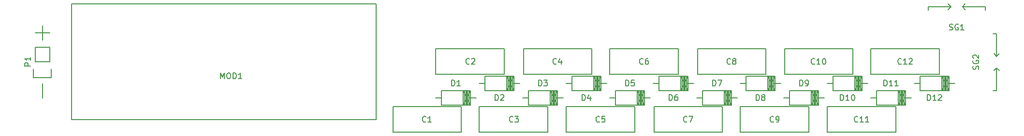
<source format=gbr>
G04 #@! TF.FileFunction,Legend,Top*
%FSLAX46Y46*%
G04 Gerber Fmt 4.6, Leading zero omitted, Abs format (unit mm)*
G04 Created by KiCad (PCBNEW 4.0.1-3.201512221402+6198~38~ubuntu14.04.1-stable) date Mon 25 Jan 2016 02:37:38 AM PST*
%MOMM*%
G01*
G04 APERTURE LIST*
%ADD10C,0.100000*%
%ADD11C,0.200000*%
%ADD12C,0.150000*%
G04 APERTURE END LIST*
D10*
D11*
X41910000Y-114300000D02*
X41910000Y-116840000D01*
X41910000Y-106680000D02*
X41910000Y-104140000D01*
X40640000Y-105410000D02*
X43180000Y-105410000D01*
D12*
X115285000Y-122900000D02*
X103285000Y-122900000D01*
X103285000Y-122900000D02*
X103285000Y-118400000D01*
X103285000Y-118400000D02*
X115285000Y-118400000D01*
X115285000Y-118400000D02*
X115285000Y-122900000D01*
X122775000Y-112740000D02*
X110775000Y-112740000D01*
X110775000Y-112740000D02*
X110775000Y-108240000D01*
X110775000Y-108240000D02*
X122775000Y-108240000D01*
X122775000Y-108240000D02*
X122775000Y-112740000D01*
X130395000Y-122900000D02*
X118395000Y-122900000D01*
X118395000Y-122900000D02*
X118395000Y-118400000D01*
X118395000Y-118400000D02*
X130395000Y-118400000D01*
X130395000Y-118400000D02*
X130395000Y-122900000D01*
X138145000Y-112740000D02*
X126145000Y-112740000D01*
X126145000Y-112740000D02*
X126145000Y-108240000D01*
X126145000Y-108240000D02*
X138145000Y-108240000D01*
X138145000Y-108240000D02*
X138145000Y-112740000D01*
X145635000Y-122900000D02*
X133635000Y-122900000D01*
X133635000Y-122900000D02*
X133635000Y-118400000D01*
X133635000Y-118400000D02*
X145635000Y-118400000D01*
X145635000Y-118400000D02*
X145635000Y-122900000D01*
X153255000Y-112740000D02*
X141255000Y-112740000D01*
X141255000Y-112740000D02*
X141255000Y-108240000D01*
X141255000Y-108240000D02*
X153255000Y-108240000D01*
X153255000Y-108240000D02*
X153255000Y-112740000D01*
X161005000Y-122900000D02*
X149005000Y-122900000D01*
X149005000Y-122900000D02*
X149005000Y-118400000D01*
X149005000Y-118400000D02*
X161005000Y-118400000D01*
X161005000Y-118400000D02*
X161005000Y-122900000D01*
X168625000Y-112740000D02*
X156625000Y-112740000D01*
X156625000Y-112740000D02*
X156625000Y-108240000D01*
X156625000Y-108240000D02*
X168625000Y-108240000D01*
X168625000Y-108240000D02*
X168625000Y-112740000D01*
X176115000Y-122900000D02*
X164115000Y-122900000D01*
X164115000Y-122900000D02*
X164115000Y-118400000D01*
X164115000Y-118400000D02*
X176115000Y-118400000D01*
X176115000Y-118400000D02*
X176115000Y-122900000D01*
X183865000Y-112740000D02*
X171865000Y-112740000D01*
X171865000Y-112740000D02*
X171865000Y-108240000D01*
X171865000Y-108240000D02*
X183865000Y-108240000D01*
X183865000Y-108240000D02*
X183865000Y-112740000D01*
X191355000Y-122900000D02*
X179355000Y-122900000D01*
X179355000Y-122900000D02*
X179355000Y-118400000D01*
X179355000Y-118400000D02*
X191355000Y-118400000D01*
X191355000Y-118400000D02*
X191355000Y-122900000D01*
X198975000Y-112740000D02*
X186975000Y-112740000D01*
X186975000Y-112740000D02*
X186975000Y-108240000D01*
X186975000Y-108240000D02*
X198975000Y-108240000D01*
X198975000Y-108240000D02*
X198975000Y-112740000D01*
X111760000Y-116840000D02*
X110744000Y-116840000D01*
X116586000Y-116840000D02*
X117856000Y-116840000D01*
X116332000Y-118110000D02*
X116332000Y-115570000D01*
X116078000Y-118110000D02*
X116078000Y-115570000D01*
X115824000Y-118110000D02*
X115824000Y-115570000D01*
X116586000Y-118110000D02*
X116586000Y-115570000D01*
X115570000Y-118110000D02*
X116840000Y-115570000D01*
X116840000Y-118110000D02*
X115570000Y-115570000D01*
X115570000Y-118110000D02*
X115570000Y-115570000D01*
X116205000Y-118110000D02*
X116205000Y-115570000D01*
X116840000Y-115570000D02*
X116840000Y-118110000D01*
X116840000Y-118110000D02*
X111760000Y-118110000D01*
X111760000Y-118110000D02*
X111760000Y-115570000D01*
X111760000Y-115570000D02*
X116840000Y-115570000D01*
X119380000Y-114300000D02*
X118364000Y-114300000D01*
X124206000Y-114300000D02*
X125476000Y-114300000D01*
X123952000Y-115570000D02*
X123952000Y-113030000D01*
X123698000Y-115570000D02*
X123698000Y-113030000D01*
X123444000Y-115570000D02*
X123444000Y-113030000D01*
X124206000Y-115570000D02*
X124206000Y-113030000D01*
X123190000Y-115570000D02*
X124460000Y-113030000D01*
X124460000Y-115570000D02*
X123190000Y-113030000D01*
X123190000Y-115570000D02*
X123190000Y-113030000D01*
X123825000Y-115570000D02*
X123825000Y-113030000D01*
X124460000Y-113030000D02*
X124460000Y-115570000D01*
X124460000Y-115570000D02*
X119380000Y-115570000D01*
X119380000Y-115570000D02*
X119380000Y-113030000D01*
X119380000Y-113030000D02*
X124460000Y-113030000D01*
X127000000Y-116840000D02*
X125984000Y-116840000D01*
X131826000Y-116840000D02*
X133096000Y-116840000D01*
X131572000Y-118110000D02*
X131572000Y-115570000D01*
X131318000Y-118110000D02*
X131318000Y-115570000D01*
X131064000Y-118110000D02*
X131064000Y-115570000D01*
X131826000Y-118110000D02*
X131826000Y-115570000D01*
X130810000Y-118110000D02*
X132080000Y-115570000D01*
X132080000Y-118110000D02*
X130810000Y-115570000D01*
X130810000Y-118110000D02*
X130810000Y-115570000D01*
X131445000Y-118110000D02*
X131445000Y-115570000D01*
X132080000Y-115570000D02*
X132080000Y-118110000D01*
X132080000Y-118110000D02*
X127000000Y-118110000D01*
X127000000Y-118110000D02*
X127000000Y-115570000D01*
X127000000Y-115570000D02*
X132080000Y-115570000D01*
X134620000Y-114302540D02*
X133604000Y-114302540D01*
X139446000Y-114302540D02*
X140716000Y-114302540D01*
X139192000Y-115572540D02*
X139192000Y-113032540D01*
X138938000Y-115572540D02*
X138938000Y-113032540D01*
X138684000Y-115572540D02*
X138684000Y-113032540D01*
X139446000Y-115572540D02*
X139446000Y-113032540D01*
X138430000Y-115572540D02*
X139700000Y-113032540D01*
X139700000Y-115572540D02*
X138430000Y-113032540D01*
X138430000Y-115572540D02*
X138430000Y-113032540D01*
X139065000Y-115572540D02*
X139065000Y-113032540D01*
X139700000Y-113032540D02*
X139700000Y-115572540D01*
X139700000Y-115572540D02*
X134620000Y-115572540D01*
X134620000Y-115572540D02*
X134620000Y-113032540D01*
X134620000Y-113032540D02*
X139700000Y-113032540D01*
X142240000Y-116842540D02*
X141224000Y-116842540D01*
X147066000Y-116842540D02*
X148336000Y-116842540D01*
X146812000Y-118112540D02*
X146812000Y-115572540D01*
X146558000Y-118112540D02*
X146558000Y-115572540D01*
X146304000Y-118112540D02*
X146304000Y-115572540D01*
X147066000Y-118112540D02*
X147066000Y-115572540D01*
X146050000Y-118112540D02*
X147320000Y-115572540D01*
X147320000Y-118112540D02*
X146050000Y-115572540D01*
X146050000Y-118112540D02*
X146050000Y-115572540D01*
X146685000Y-118112540D02*
X146685000Y-115572540D01*
X147320000Y-115572540D02*
X147320000Y-118112540D01*
X147320000Y-118112540D02*
X142240000Y-118112540D01*
X142240000Y-118112540D02*
X142240000Y-115572540D01*
X142240000Y-115572540D02*
X147320000Y-115572540D01*
X149860000Y-114300000D02*
X148844000Y-114300000D01*
X154686000Y-114300000D02*
X155956000Y-114300000D01*
X154432000Y-115570000D02*
X154432000Y-113030000D01*
X154178000Y-115570000D02*
X154178000Y-113030000D01*
X153924000Y-115570000D02*
X153924000Y-113030000D01*
X154686000Y-115570000D02*
X154686000Y-113030000D01*
X153670000Y-115570000D02*
X154940000Y-113030000D01*
X154940000Y-115570000D02*
X153670000Y-113030000D01*
X153670000Y-115570000D02*
X153670000Y-113030000D01*
X154305000Y-115570000D02*
X154305000Y-113030000D01*
X154940000Y-113030000D02*
X154940000Y-115570000D01*
X154940000Y-115570000D02*
X149860000Y-115570000D01*
X149860000Y-115570000D02*
X149860000Y-113030000D01*
X149860000Y-113030000D02*
X154940000Y-113030000D01*
X157480000Y-116840000D02*
X156464000Y-116840000D01*
X162306000Y-116840000D02*
X163576000Y-116840000D01*
X162052000Y-118110000D02*
X162052000Y-115570000D01*
X161798000Y-118110000D02*
X161798000Y-115570000D01*
X161544000Y-118110000D02*
X161544000Y-115570000D01*
X162306000Y-118110000D02*
X162306000Y-115570000D01*
X161290000Y-118110000D02*
X162560000Y-115570000D01*
X162560000Y-118110000D02*
X161290000Y-115570000D01*
X161290000Y-118110000D02*
X161290000Y-115570000D01*
X161925000Y-118110000D02*
X161925000Y-115570000D01*
X162560000Y-115570000D02*
X162560000Y-118110000D01*
X162560000Y-118110000D02*
X157480000Y-118110000D01*
X157480000Y-118110000D02*
X157480000Y-115570000D01*
X157480000Y-115570000D02*
X162560000Y-115570000D01*
X165100000Y-114300000D02*
X164084000Y-114300000D01*
X169926000Y-114300000D02*
X171196000Y-114300000D01*
X169672000Y-115570000D02*
X169672000Y-113030000D01*
X169418000Y-115570000D02*
X169418000Y-113030000D01*
X169164000Y-115570000D02*
X169164000Y-113030000D01*
X169926000Y-115570000D02*
X169926000Y-113030000D01*
X168910000Y-115570000D02*
X170180000Y-113030000D01*
X170180000Y-115570000D02*
X168910000Y-113030000D01*
X168910000Y-115570000D02*
X168910000Y-113030000D01*
X169545000Y-115570000D02*
X169545000Y-113030000D01*
X170180000Y-113030000D02*
X170180000Y-115570000D01*
X170180000Y-115570000D02*
X165100000Y-115570000D01*
X165100000Y-115570000D02*
X165100000Y-113030000D01*
X165100000Y-113030000D02*
X170180000Y-113030000D01*
X172720000Y-116840000D02*
X171704000Y-116840000D01*
X177546000Y-116840000D02*
X178816000Y-116840000D01*
X177292000Y-118110000D02*
X177292000Y-115570000D01*
X177038000Y-118110000D02*
X177038000Y-115570000D01*
X176784000Y-118110000D02*
X176784000Y-115570000D01*
X177546000Y-118110000D02*
X177546000Y-115570000D01*
X176530000Y-118110000D02*
X177800000Y-115570000D01*
X177800000Y-118110000D02*
X176530000Y-115570000D01*
X176530000Y-118110000D02*
X176530000Y-115570000D01*
X177165000Y-118110000D02*
X177165000Y-115570000D01*
X177800000Y-115570000D02*
X177800000Y-118110000D01*
X177800000Y-118110000D02*
X172720000Y-118110000D01*
X172720000Y-118110000D02*
X172720000Y-115570000D01*
X172720000Y-115570000D02*
X177800000Y-115570000D01*
X180340000Y-114300000D02*
X179324000Y-114300000D01*
X185166000Y-114300000D02*
X186436000Y-114300000D01*
X184912000Y-115570000D02*
X184912000Y-113030000D01*
X184658000Y-115570000D02*
X184658000Y-113030000D01*
X184404000Y-115570000D02*
X184404000Y-113030000D01*
X185166000Y-115570000D02*
X185166000Y-113030000D01*
X184150000Y-115570000D02*
X185420000Y-113030000D01*
X185420000Y-115570000D02*
X184150000Y-113030000D01*
X184150000Y-115570000D02*
X184150000Y-113030000D01*
X184785000Y-115570000D02*
X184785000Y-113030000D01*
X185420000Y-113030000D02*
X185420000Y-115570000D01*
X185420000Y-115570000D02*
X180340000Y-115570000D01*
X180340000Y-115570000D02*
X180340000Y-113030000D01*
X180340000Y-113030000D02*
X185420000Y-113030000D01*
X187960000Y-116840000D02*
X186944000Y-116840000D01*
X192786000Y-116840000D02*
X194056000Y-116840000D01*
X192532000Y-118110000D02*
X192532000Y-115570000D01*
X192278000Y-118110000D02*
X192278000Y-115570000D01*
X192024000Y-118110000D02*
X192024000Y-115570000D01*
X192786000Y-118110000D02*
X192786000Y-115570000D01*
X191770000Y-118110000D02*
X193040000Y-115570000D01*
X193040000Y-118110000D02*
X191770000Y-115570000D01*
X191770000Y-118110000D02*
X191770000Y-115570000D01*
X192405000Y-118110000D02*
X192405000Y-115570000D01*
X193040000Y-115570000D02*
X193040000Y-118110000D01*
X193040000Y-118110000D02*
X187960000Y-118110000D01*
X187960000Y-118110000D02*
X187960000Y-115570000D01*
X187960000Y-115570000D02*
X193040000Y-115570000D01*
X195580000Y-114300000D02*
X194564000Y-114300000D01*
X200406000Y-114300000D02*
X201676000Y-114300000D01*
X200152000Y-115570000D02*
X200152000Y-113030000D01*
X199898000Y-115570000D02*
X199898000Y-113030000D01*
X199644000Y-115570000D02*
X199644000Y-113030000D01*
X200406000Y-115570000D02*
X200406000Y-113030000D01*
X199390000Y-115570000D02*
X200660000Y-113030000D01*
X200660000Y-115570000D02*
X199390000Y-113030000D01*
X199390000Y-115570000D02*
X199390000Y-113030000D01*
X200025000Y-115570000D02*
X200025000Y-113030000D01*
X200660000Y-113030000D02*
X200660000Y-115570000D01*
X200660000Y-115570000D02*
X195580000Y-115570000D01*
X195580000Y-115570000D02*
X195580000Y-113030000D01*
X195580000Y-113030000D02*
X200660000Y-113030000D01*
X100330000Y-120650000D02*
X100330000Y-100330000D01*
X46990000Y-120650000D02*
X100330000Y-120650000D01*
X46990000Y-100330000D02*
X46990000Y-120650000D01*
X100330000Y-100330000D02*
X46990000Y-100330000D01*
X207010000Y-100870000D02*
X207010000Y-101470000D01*
X203010000Y-100870000D02*
X207010000Y-100870000D01*
X203010000Y-100870000D02*
X203510000Y-101370000D01*
X203010000Y-100870000D02*
X203510000Y-100370000D01*
X197010000Y-101470000D02*
X197010000Y-100870000D01*
X201010000Y-100870000D02*
X197010000Y-100870000D01*
X201010000Y-100870000D02*
X200510000Y-101370000D01*
X200510000Y-100370000D02*
X201010000Y-100870000D01*
X209010000Y-115570000D02*
X208410000Y-115570000D01*
X209010000Y-111570000D02*
X209010000Y-115570000D01*
X209010000Y-111570000D02*
X208510000Y-112070000D01*
X209010000Y-111570000D02*
X209510000Y-112070000D01*
X208410000Y-105570000D02*
X209010000Y-105570000D01*
X209010000Y-109570000D02*
X209010000Y-105570000D01*
X209010000Y-109570000D02*
X208510000Y-109070000D01*
X209510000Y-109070000D02*
X209010000Y-109570000D01*
X40640000Y-110490000D02*
X40640000Y-107950000D01*
X40360000Y-113310000D02*
X40360000Y-111760000D01*
X40640000Y-110490000D02*
X43180000Y-110490000D01*
X43460000Y-111760000D02*
X43460000Y-113310000D01*
X43460000Y-113310000D02*
X40360000Y-113310000D01*
X43180000Y-110490000D02*
X43180000Y-107950000D01*
X43180000Y-107950000D02*
X40640000Y-107950000D01*
X109053334Y-121007143D02*
X109005715Y-121054762D01*
X108862858Y-121102381D01*
X108767620Y-121102381D01*
X108624762Y-121054762D01*
X108529524Y-120959524D01*
X108481905Y-120864286D01*
X108434286Y-120673810D01*
X108434286Y-120530952D01*
X108481905Y-120340476D01*
X108529524Y-120245238D01*
X108624762Y-120150000D01*
X108767620Y-120102381D01*
X108862858Y-120102381D01*
X109005715Y-120150000D01*
X109053334Y-120197619D01*
X110005715Y-121102381D02*
X109434286Y-121102381D01*
X109720000Y-121102381D02*
X109720000Y-120102381D01*
X109624762Y-120245238D01*
X109529524Y-120340476D01*
X109434286Y-120388095D01*
X116673334Y-110847143D02*
X116625715Y-110894762D01*
X116482858Y-110942381D01*
X116387620Y-110942381D01*
X116244762Y-110894762D01*
X116149524Y-110799524D01*
X116101905Y-110704286D01*
X116054286Y-110513810D01*
X116054286Y-110370952D01*
X116101905Y-110180476D01*
X116149524Y-110085238D01*
X116244762Y-109990000D01*
X116387620Y-109942381D01*
X116482858Y-109942381D01*
X116625715Y-109990000D01*
X116673334Y-110037619D01*
X117054286Y-110037619D02*
X117101905Y-109990000D01*
X117197143Y-109942381D01*
X117435239Y-109942381D01*
X117530477Y-109990000D01*
X117578096Y-110037619D01*
X117625715Y-110132857D01*
X117625715Y-110228095D01*
X117578096Y-110370952D01*
X117006667Y-110942381D01*
X117625715Y-110942381D01*
X124293334Y-121007143D02*
X124245715Y-121054762D01*
X124102858Y-121102381D01*
X124007620Y-121102381D01*
X123864762Y-121054762D01*
X123769524Y-120959524D01*
X123721905Y-120864286D01*
X123674286Y-120673810D01*
X123674286Y-120530952D01*
X123721905Y-120340476D01*
X123769524Y-120245238D01*
X123864762Y-120150000D01*
X124007620Y-120102381D01*
X124102858Y-120102381D01*
X124245715Y-120150000D01*
X124293334Y-120197619D01*
X124626667Y-120102381D02*
X125245715Y-120102381D01*
X124912381Y-120483333D01*
X125055239Y-120483333D01*
X125150477Y-120530952D01*
X125198096Y-120578571D01*
X125245715Y-120673810D01*
X125245715Y-120911905D01*
X125198096Y-121007143D01*
X125150477Y-121054762D01*
X125055239Y-121102381D01*
X124769524Y-121102381D01*
X124674286Y-121054762D01*
X124626667Y-121007143D01*
X131913334Y-110847143D02*
X131865715Y-110894762D01*
X131722858Y-110942381D01*
X131627620Y-110942381D01*
X131484762Y-110894762D01*
X131389524Y-110799524D01*
X131341905Y-110704286D01*
X131294286Y-110513810D01*
X131294286Y-110370952D01*
X131341905Y-110180476D01*
X131389524Y-110085238D01*
X131484762Y-109990000D01*
X131627620Y-109942381D01*
X131722858Y-109942381D01*
X131865715Y-109990000D01*
X131913334Y-110037619D01*
X132770477Y-110275714D02*
X132770477Y-110942381D01*
X132532381Y-109894762D02*
X132294286Y-110609048D01*
X132913334Y-110609048D01*
X139468334Y-121007143D02*
X139420715Y-121054762D01*
X139277858Y-121102381D01*
X139182620Y-121102381D01*
X139039762Y-121054762D01*
X138944524Y-120959524D01*
X138896905Y-120864286D01*
X138849286Y-120673810D01*
X138849286Y-120530952D01*
X138896905Y-120340476D01*
X138944524Y-120245238D01*
X139039762Y-120150000D01*
X139182620Y-120102381D01*
X139277858Y-120102381D01*
X139420715Y-120150000D01*
X139468334Y-120197619D01*
X140373096Y-120102381D02*
X139896905Y-120102381D01*
X139849286Y-120578571D01*
X139896905Y-120530952D01*
X139992143Y-120483333D01*
X140230239Y-120483333D01*
X140325477Y-120530952D01*
X140373096Y-120578571D01*
X140420715Y-120673810D01*
X140420715Y-120911905D01*
X140373096Y-121007143D01*
X140325477Y-121054762D01*
X140230239Y-121102381D01*
X139992143Y-121102381D01*
X139896905Y-121054762D01*
X139849286Y-121007143D01*
X147088334Y-110847143D02*
X147040715Y-110894762D01*
X146897858Y-110942381D01*
X146802620Y-110942381D01*
X146659762Y-110894762D01*
X146564524Y-110799524D01*
X146516905Y-110704286D01*
X146469286Y-110513810D01*
X146469286Y-110370952D01*
X146516905Y-110180476D01*
X146564524Y-110085238D01*
X146659762Y-109990000D01*
X146802620Y-109942381D01*
X146897858Y-109942381D01*
X147040715Y-109990000D01*
X147088334Y-110037619D01*
X147945477Y-109942381D02*
X147755000Y-109942381D01*
X147659762Y-109990000D01*
X147612143Y-110037619D01*
X147516905Y-110180476D01*
X147469286Y-110370952D01*
X147469286Y-110751905D01*
X147516905Y-110847143D01*
X147564524Y-110894762D01*
X147659762Y-110942381D01*
X147850239Y-110942381D01*
X147945477Y-110894762D01*
X147993096Y-110847143D01*
X148040715Y-110751905D01*
X148040715Y-110513810D01*
X147993096Y-110418571D01*
X147945477Y-110370952D01*
X147850239Y-110323333D01*
X147659762Y-110323333D01*
X147564524Y-110370952D01*
X147516905Y-110418571D01*
X147469286Y-110513810D01*
X154773334Y-121007143D02*
X154725715Y-121054762D01*
X154582858Y-121102381D01*
X154487620Y-121102381D01*
X154344762Y-121054762D01*
X154249524Y-120959524D01*
X154201905Y-120864286D01*
X154154286Y-120673810D01*
X154154286Y-120530952D01*
X154201905Y-120340476D01*
X154249524Y-120245238D01*
X154344762Y-120150000D01*
X154487620Y-120102381D01*
X154582858Y-120102381D01*
X154725715Y-120150000D01*
X154773334Y-120197619D01*
X155106667Y-120102381D02*
X155773334Y-120102381D01*
X155344762Y-121102381D01*
X162393334Y-110847143D02*
X162345715Y-110894762D01*
X162202858Y-110942381D01*
X162107620Y-110942381D01*
X161964762Y-110894762D01*
X161869524Y-110799524D01*
X161821905Y-110704286D01*
X161774286Y-110513810D01*
X161774286Y-110370952D01*
X161821905Y-110180476D01*
X161869524Y-110085238D01*
X161964762Y-109990000D01*
X162107620Y-109942381D01*
X162202858Y-109942381D01*
X162345715Y-109990000D01*
X162393334Y-110037619D01*
X162964762Y-110370952D02*
X162869524Y-110323333D01*
X162821905Y-110275714D01*
X162774286Y-110180476D01*
X162774286Y-110132857D01*
X162821905Y-110037619D01*
X162869524Y-109990000D01*
X162964762Y-109942381D01*
X163155239Y-109942381D01*
X163250477Y-109990000D01*
X163298096Y-110037619D01*
X163345715Y-110132857D01*
X163345715Y-110180476D01*
X163298096Y-110275714D01*
X163250477Y-110323333D01*
X163155239Y-110370952D01*
X162964762Y-110370952D01*
X162869524Y-110418571D01*
X162821905Y-110466190D01*
X162774286Y-110561429D01*
X162774286Y-110751905D01*
X162821905Y-110847143D01*
X162869524Y-110894762D01*
X162964762Y-110942381D01*
X163155239Y-110942381D01*
X163250477Y-110894762D01*
X163298096Y-110847143D01*
X163345715Y-110751905D01*
X163345715Y-110561429D01*
X163298096Y-110466190D01*
X163250477Y-110418571D01*
X163155239Y-110370952D01*
X169948334Y-121007143D02*
X169900715Y-121054762D01*
X169757858Y-121102381D01*
X169662620Y-121102381D01*
X169519762Y-121054762D01*
X169424524Y-120959524D01*
X169376905Y-120864286D01*
X169329286Y-120673810D01*
X169329286Y-120530952D01*
X169376905Y-120340476D01*
X169424524Y-120245238D01*
X169519762Y-120150000D01*
X169662620Y-120102381D01*
X169757858Y-120102381D01*
X169900715Y-120150000D01*
X169948334Y-120197619D01*
X170424524Y-121102381D02*
X170615000Y-121102381D01*
X170710239Y-121054762D01*
X170757858Y-121007143D01*
X170853096Y-120864286D01*
X170900715Y-120673810D01*
X170900715Y-120292857D01*
X170853096Y-120197619D01*
X170805477Y-120150000D01*
X170710239Y-120102381D01*
X170519762Y-120102381D01*
X170424524Y-120150000D01*
X170376905Y-120197619D01*
X170329286Y-120292857D01*
X170329286Y-120530952D01*
X170376905Y-120626190D01*
X170424524Y-120673810D01*
X170519762Y-120721429D01*
X170710239Y-120721429D01*
X170805477Y-120673810D01*
X170853096Y-120626190D01*
X170900715Y-120530952D01*
X177157143Y-110847143D02*
X177109524Y-110894762D01*
X176966667Y-110942381D01*
X176871429Y-110942381D01*
X176728571Y-110894762D01*
X176633333Y-110799524D01*
X176585714Y-110704286D01*
X176538095Y-110513810D01*
X176538095Y-110370952D01*
X176585714Y-110180476D01*
X176633333Y-110085238D01*
X176728571Y-109990000D01*
X176871429Y-109942381D01*
X176966667Y-109942381D01*
X177109524Y-109990000D01*
X177157143Y-110037619D01*
X178109524Y-110942381D02*
X177538095Y-110942381D01*
X177823809Y-110942381D02*
X177823809Y-109942381D01*
X177728571Y-110085238D01*
X177633333Y-110180476D01*
X177538095Y-110228095D01*
X178728571Y-109942381D02*
X178823810Y-109942381D01*
X178919048Y-109990000D01*
X178966667Y-110037619D01*
X179014286Y-110132857D01*
X179061905Y-110323333D01*
X179061905Y-110561429D01*
X179014286Y-110751905D01*
X178966667Y-110847143D01*
X178919048Y-110894762D01*
X178823810Y-110942381D01*
X178728571Y-110942381D01*
X178633333Y-110894762D01*
X178585714Y-110847143D01*
X178538095Y-110751905D01*
X178490476Y-110561429D01*
X178490476Y-110323333D01*
X178538095Y-110132857D01*
X178585714Y-110037619D01*
X178633333Y-109990000D01*
X178728571Y-109942381D01*
X184712143Y-121007143D02*
X184664524Y-121054762D01*
X184521667Y-121102381D01*
X184426429Y-121102381D01*
X184283571Y-121054762D01*
X184188333Y-120959524D01*
X184140714Y-120864286D01*
X184093095Y-120673810D01*
X184093095Y-120530952D01*
X184140714Y-120340476D01*
X184188333Y-120245238D01*
X184283571Y-120150000D01*
X184426429Y-120102381D01*
X184521667Y-120102381D01*
X184664524Y-120150000D01*
X184712143Y-120197619D01*
X185664524Y-121102381D02*
X185093095Y-121102381D01*
X185378809Y-121102381D02*
X185378809Y-120102381D01*
X185283571Y-120245238D01*
X185188333Y-120340476D01*
X185093095Y-120388095D01*
X186616905Y-121102381D02*
X186045476Y-121102381D01*
X186331190Y-121102381D02*
X186331190Y-120102381D01*
X186235952Y-120245238D01*
X186140714Y-120340476D01*
X186045476Y-120388095D01*
X192332143Y-110847143D02*
X192284524Y-110894762D01*
X192141667Y-110942381D01*
X192046429Y-110942381D01*
X191903571Y-110894762D01*
X191808333Y-110799524D01*
X191760714Y-110704286D01*
X191713095Y-110513810D01*
X191713095Y-110370952D01*
X191760714Y-110180476D01*
X191808333Y-110085238D01*
X191903571Y-109990000D01*
X192046429Y-109942381D01*
X192141667Y-109942381D01*
X192284524Y-109990000D01*
X192332143Y-110037619D01*
X193284524Y-110942381D02*
X192713095Y-110942381D01*
X192998809Y-110942381D02*
X192998809Y-109942381D01*
X192903571Y-110085238D01*
X192808333Y-110180476D01*
X192713095Y-110228095D01*
X193665476Y-110037619D02*
X193713095Y-109990000D01*
X193808333Y-109942381D01*
X194046429Y-109942381D01*
X194141667Y-109990000D01*
X194189286Y-110037619D01*
X194236905Y-110132857D01*
X194236905Y-110228095D01*
X194189286Y-110370952D01*
X193617857Y-110942381D01*
X194236905Y-110942381D01*
X113561905Y-114752381D02*
X113561905Y-113752381D01*
X113800000Y-113752381D01*
X113942858Y-113800000D01*
X114038096Y-113895238D01*
X114085715Y-113990476D01*
X114133334Y-114180952D01*
X114133334Y-114323810D01*
X114085715Y-114514286D01*
X114038096Y-114609524D01*
X113942858Y-114704762D01*
X113800000Y-114752381D01*
X113561905Y-114752381D01*
X115085715Y-114752381D02*
X114514286Y-114752381D01*
X114800000Y-114752381D02*
X114800000Y-113752381D01*
X114704762Y-113895238D01*
X114609524Y-113990476D01*
X114514286Y-114038095D01*
X121181905Y-117292381D02*
X121181905Y-116292381D01*
X121420000Y-116292381D01*
X121562858Y-116340000D01*
X121658096Y-116435238D01*
X121705715Y-116530476D01*
X121753334Y-116720952D01*
X121753334Y-116863810D01*
X121705715Y-117054286D01*
X121658096Y-117149524D01*
X121562858Y-117244762D01*
X121420000Y-117292381D01*
X121181905Y-117292381D01*
X122134286Y-116387619D02*
X122181905Y-116340000D01*
X122277143Y-116292381D01*
X122515239Y-116292381D01*
X122610477Y-116340000D01*
X122658096Y-116387619D01*
X122705715Y-116482857D01*
X122705715Y-116578095D01*
X122658096Y-116720952D01*
X122086667Y-117292381D01*
X122705715Y-117292381D01*
X128801905Y-114752381D02*
X128801905Y-113752381D01*
X129040000Y-113752381D01*
X129182858Y-113800000D01*
X129278096Y-113895238D01*
X129325715Y-113990476D01*
X129373334Y-114180952D01*
X129373334Y-114323810D01*
X129325715Y-114514286D01*
X129278096Y-114609524D01*
X129182858Y-114704762D01*
X129040000Y-114752381D01*
X128801905Y-114752381D01*
X129706667Y-113752381D02*
X130325715Y-113752381D01*
X129992381Y-114133333D01*
X130135239Y-114133333D01*
X130230477Y-114180952D01*
X130278096Y-114228571D01*
X130325715Y-114323810D01*
X130325715Y-114561905D01*
X130278096Y-114657143D01*
X130230477Y-114704762D01*
X130135239Y-114752381D01*
X129849524Y-114752381D01*
X129754286Y-114704762D01*
X129706667Y-114657143D01*
X136421905Y-117292381D02*
X136421905Y-116292381D01*
X136660000Y-116292381D01*
X136802858Y-116340000D01*
X136898096Y-116435238D01*
X136945715Y-116530476D01*
X136993334Y-116720952D01*
X136993334Y-116863810D01*
X136945715Y-117054286D01*
X136898096Y-117149524D01*
X136802858Y-117244762D01*
X136660000Y-117292381D01*
X136421905Y-117292381D01*
X137850477Y-116625714D02*
X137850477Y-117292381D01*
X137612381Y-116244762D02*
X137374286Y-116959048D01*
X137993334Y-116959048D01*
X144041905Y-114754921D02*
X144041905Y-113754921D01*
X144280000Y-113754921D01*
X144422858Y-113802540D01*
X144518096Y-113897778D01*
X144565715Y-113993016D01*
X144613334Y-114183492D01*
X144613334Y-114326350D01*
X144565715Y-114516826D01*
X144518096Y-114612064D01*
X144422858Y-114707302D01*
X144280000Y-114754921D01*
X144041905Y-114754921D01*
X145518096Y-113754921D02*
X145041905Y-113754921D01*
X144994286Y-114231111D01*
X145041905Y-114183492D01*
X145137143Y-114135873D01*
X145375239Y-114135873D01*
X145470477Y-114183492D01*
X145518096Y-114231111D01*
X145565715Y-114326350D01*
X145565715Y-114564445D01*
X145518096Y-114659683D01*
X145470477Y-114707302D01*
X145375239Y-114754921D01*
X145137143Y-114754921D01*
X145041905Y-114707302D01*
X144994286Y-114659683D01*
X151661905Y-117292381D02*
X151661905Y-116292381D01*
X151900000Y-116292381D01*
X152042858Y-116340000D01*
X152138096Y-116435238D01*
X152185715Y-116530476D01*
X152233334Y-116720952D01*
X152233334Y-116863810D01*
X152185715Y-117054286D01*
X152138096Y-117149524D01*
X152042858Y-117244762D01*
X151900000Y-117292381D01*
X151661905Y-117292381D01*
X153090477Y-116292381D02*
X152900000Y-116292381D01*
X152804762Y-116340000D01*
X152757143Y-116387619D01*
X152661905Y-116530476D01*
X152614286Y-116720952D01*
X152614286Y-117101905D01*
X152661905Y-117197143D01*
X152709524Y-117244762D01*
X152804762Y-117292381D01*
X152995239Y-117292381D01*
X153090477Y-117244762D01*
X153138096Y-117197143D01*
X153185715Y-117101905D01*
X153185715Y-116863810D01*
X153138096Y-116768571D01*
X153090477Y-116720952D01*
X152995239Y-116673333D01*
X152804762Y-116673333D01*
X152709524Y-116720952D01*
X152661905Y-116768571D01*
X152614286Y-116863810D01*
X159281905Y-114752381D02*
X159281905Y-113752381D01*
X159520000Y-113752381D01*
X159662858Y-113800000D01*
X159758096Y-113895238D01*
X159805715Y-113990476D01*
X159853334Y-114180952D01*
X159853334Y-114323810D01*
X159805715Y-114514286D01*
X159758096Y-114609524D01*
X159662858Y-114704762D01*
X159520000Y-114752381D01*
X159281905Y-114752381D01*
X160186667Y-113752381D02*
X160853334Y-113752381D01*
X160424762Y-114752381D01*
X166901905Y-117292381D02*
X166901905Y-116292381D01*
X167140000Y-116292381D01*
X167282858Y-116340000D01*
X167378096Y-116435238D01*
X167425715Y-116530476D01*
X167473334Y-116720952D01*
X167473334Y-116863810D01*
X167425715Y-117054286D01*
X167378096Y-117149524D01*
X167282858Y-117244762D01*
X167140000Y-117292381D01*
X166901905Y-117292381D01*
X168044762Y-116720952D02*
X167949524Y-116673333D01*
X167901905Y-116625714D01*
X167854286Y-116530476D01*
X167854286Y-116482857D01*
X167901905Y-116387619D01*
X167949524Y-116340000D01*
X168044762Y-116292381D01*
X168235239Y-116292381D01*
X168330477Y-116340000D01*
X168378096Y-116387619D01*
X168425715Y-116482857D01*
X168425715Y-116530476D01*
X168378096Y-116625714D01*
X168330477Y-116673333D01*
X168235239Y-116720952D01*
X168044762Y-116720952D01*
X167949524Y-116768571D01*
X167901905Y-116816190D01*
X167854286Y-116911429D01*
X167854286Y-117101905D01*
X167901905Y-117197143D01*
X167949524Y-117244762D01*
X168044762Y-117292381D01*
X168235239Y-117292381D01*
X168330477Y-117244762D01*
X168378096Y-117197143D01*
X168425715Y-117101905D01*
X168425715Y-116911429D01*
X168378096Y-116816190D01*
X168330477Y-116768571D01*
X168235239Y-116720952D01*
X174521905Y-114752381D02*
X174521905Y-113752381D01*
X174760000Y-113752381D01*
X174902858Y-113800000D01*
X174998096Y-113895238D01*
X175045715Y-113990476D01*
X175093334Y-114180952D01*
X175093334Y-114323810D01*
X175045715Y-114514286D01*
X174998096Y-114609524D01*
X174902858Y-114704762D01*
X174760000Y-114752381D01*
X174521905Y-114752381D01*
X175569524Y-114752381D02*
X175760000Y-114752381D01*
X175855239Y-114704762D01*
X175902858Y-114657143D01*
X175998096Y-114514286D01*
X176045715Y-114323810D01*
X176045715Y-113942857D01*
X175998096Y-113847619D01*
X175950477Y-113800000D01*
X175855239Y-113752381D01*
X175664762Y-113752381D01*
X175569524Y-113800000D01*
X175521905Y-113847619D01*
X175474286Y-113942857D01*
X175474286Y-114180952D01*
X175521905Y-114276190D01*
X175569524Y-114323810D01*
X175664762Y-114371429D01*
X175855239Y-114371429D01*
X175950477Y-114323810D01*
X175998096Y-114276190D01*
X176045715Y-114180952D01*
X181665714Y-117292381D02*
X181665714Y-116292381D01*
X181903809Y-116292381D01*
X182046667Y-116340000D01*
X182141905Y-116435238D01*
X182189524Y-116530476D01*
X182237143Y-116720952D01*
X182237143Y-116863810D01*
X182189524Y-117054286D01*
X182141905Y-117149524D01*
X182046667Y-117244762D01*
X181903809Y-117292381D01*
X181665714Y-117292381D01*
X183189524Y-117292381D02*
X182618095Y-117292381D01*
X182903809Y-117292381D02*
X182903809Y-116292381D01*
X182808571Y-116435238D01*
X182713333Y-116530476D01*
X182618095Y-116578095D01*
X183808571Y-116292381D02*
X183903810Y-116292381D01*
X183999048Y-116340000D01*
X184046667Y-116387619D01*
X184094286Y-116482857D01*
X184141905Y-116673333D01*
X184141905Y-116911429D01*
X184094286Y-117101905D01*
X184046667Y-117197143D01*
X183999048Y-117244762D01*
X183903810Y-117292381D01*
X183808571Y-117292381D01*
X183713333Y-117244762D01*
X183665714Y-117197143D01*
X183618095Y-117101905D01*
X183570476Y-116911429D01*
X183570476Y-116673333D01*
X183618095Y-116482857D01*
X183665714Y-116387619D01*
X183713333Y-116340000D01*
X183808571Y-116292381D01*
X189285714Y-114752381D02*
X189285714Y-113752381D01*
X189523809Y-113752381D01*
X189666667Y-113800000D01*
X189761905Y-113895238D01*
X189809524Y-113990476D01*
X189857143Y-114180952D01*
X189857143Y-114323810D01*
X189809524Y-114514286D01*
X189761905Y-114609524D01*
X189666667Y-114704762D01*
X189523809Y-114752381D01*
X189285714Y-114752381D01*
X190809524Y-114752381D02*
X190238095Y-114752381D01*
X190523809Y-114752381D02*
X190523809Y-113752381D01*
X190428571Y-113895238D01*
X190333333Y-113990476D01*
X190238095Y-114038095D01*
X191761905Y-114752381D02*
X191190476Y-114752381D01*
X191476190Y-114752381D02*
X191476190Y-113752381D01*
X191380952Y-113895238D01*
X191285714Y-113990476D01*
X191190476Y-114038095D01*
X196905714Y-117292381D02*
X196905714Y-116292381D01*
X197143809Y-116292381D01*
X197286667Y-116340000D01*
X197381905Y-116435238D01*
X197429524Y-116530476D01*
X197477143Y-116720952D01*
X197477143Y-116863810D01*
X197429524Y-117054286D01*
X197381905Y-117149524D01*
X197286667Y-117244762D01*
X197143809Y-117292381D01*
X196905714Y-117292381D01*
X198429524Y-117292381D02*
X197858095Y-117292381D01*
X198143809Y-117292381D02*
X198143809Y-116292381D01*
X198048571Y-116435238D01*
X197953333Y-116530476D01*
X197858095Y-116578095D01*
X198810476Y-116387619D02*
X198858095Y-116340000D01*
X198953333Y-116292381D01*
X199191429Y-116292381D01*
X199286667Y-116340000D01*
X199334286Y-116387619D01*
X199381905Y-116482857D01*
X199381905Y-116578095D01*
X199334286Y-116720952D01*
X198762857Y-117292381D01*
X199381905Y-117292381D01*
X73096667Y-113482381D02*
X73096667Y-112482381D01*
X73430001Y-113196667D01*
X73763334Y-112482381D01*
X73763334Y-113482381D01*
X74430000Y-112482381D02*
X74620477Y-112482381D01*
X74715715Y-112530000D01*
X74810953Y-112625238D01*
X74858572Y-112815714D01*
X74858572Y-113149048D01*
X74810953Y-113339524D01*
X74715715Y-113434762D01*
X74620477Y-113482381D01*
X74430000Y-113482381D01*
X74334762Y-113434762D01*
X74239524Y-113339524D01*
X74191905Y-113149048D01*
X74191905Y-112815714D01*
X74239524Y-112625238D01*
X74334762Y-112530000D01*
X74430000Y-112482381D01*
X75287143Y-113482381D02*
X75287143Y-112482381D01*
X75525238Y-112482381D01*
X75668096Y-112530000D01*
X75763334Y-112625238D01*
X75810953Y-112720476D01*
X75858572Y-112910952D01*
X75858572Y-113053810D01*
X75810953Y-113244286D01*
X75763334Y-113339524D01*
X75668096Y-113434762D01*
X75525238Y-113482381D01*
X75287143Y-113482381D01*
X76810953Y-113482381D02*
X76239524Y-113482381D01*
X76525238Y-113482381D02*
X76525238Y-112482381D01*
X76430000Y-112625238D01*
X76334762Y-112720476D01*
X76239524Y-112768095D01*
X200748095Y-104874762D02*
X200890952Y-104922381D01*
X201129048Y-104922381D01*
X201224286Y-104874762D01*
X201271905Y-104827143D01*
X201319524Y-104731905D01*
X201319524Y-104636667D01*
X201271905Y-104541429D01*
X201224286Y-104493810D01*
X201129048Y-104446190D01*
X200938571Y-104398571D01*
X200843333Y-104350952D01*
X200795714Y-104303333D01*
X200748095Y-104208095D01*
X200748095Y-104112857D01*
X200795714Y-104017619D01*
X200843333Y-103970000D01*
X200938571Y-103922381D01*
X201176667Y-103922381D01*
X201319524Y-103970000D01*
X202271905Y-103970000D02*
X202176667Y-103922381D01*
X202033810Y-103922381D01*
X201890952Y-103970000D01*
X201795714Y-104065238D01*
X201748095Y-104160476D01*
X201700476Y-104350952D01*
X201700476Y-104493810D01*
X201748095Y-104684286D01*
X201795714Y-104779524D01*
X201890952Y-104874762D01*
X202033810Y-104922381D01*
X202129048Y-104922381D01*
X202271905Y-104874762D01*
X202319524Y-104827143D01*
X202319524Y-104493810D01*
X202129048Y-104493810D01*
X203271905Y-104922381D02*
X202700476Y-104922381D01*
X202986190Y-104922381D02*
X202986190Y-103922381D01*
X202890952Y-104065238D01*
X202795714Y-104160476D01*
X202700476Y-104208095D01*
X205814762Y-111831905D02*
X205862381Y-111689048D01*
X205862381Y-111450952D01*
X205814762Y-111355714D01*
X205767143Y-111308095D01*
X205671905Y-111260476D01*
X205576667Y-111260476D01*
X205481429Y-111308095D01*
X205433810Y-111355714D01*
X205386190Y-111450952D01*
X205338571Y-111641429D01*
X205290952Y-111736667D01*
X205243333Y-111784286D01*
X205148095Y-111831905D01*
X205052857Y-111831905D01*
X204957619Y-111784286D01*
X204910000Y-111736667D01*
X204862381Y-111641429D01*
X204862381Y-111403333D01*
X204910000Y-111260476D01*
X204910000Y-110308095D02*
X204862381Y-110403333D01*
X204862381Y-110546190D01*
X204910000Y-110689048D01*
X205005238Y-110784286D01*
X205100476Y-110831905D01*
X205290952Y-110879524D01*
X205433810Y-110879524D01*
X205624286Y-110831905D01*
X205719524Y-110784286D01*
X205814762Y-110689048D01*
X205862381Y-110546190D01*
X205862381Y-110450952D01*
X205814762Y-110308095D01*
X205767143Y-110260476D01*
X205433810Y-110260476D01*
X205433810Y-110450952D01*
X204957619Y-109879524D02*
X204910000Y-109831905D01*
X204862381Y-109736667D01*
X204862381Y-109498571D01*
X204910000Y-109403333D01*
X204957619Y-109355714D01*
X205052857Y-109308095D01*
X205148095Y-109308095D01*
X205290952Y-109355714D01*
X205862381Y-109927143D01*
X205862381Y-109308095D01*
X39822381Y-111228095D02*
X38822381Y-111228095D01*
X38822381Y-110847142D01*
X38870000Y-110751904D01*
X38917619Y-110704285D01*
X39012857Y-110656666D01*
X39155714Y-110656666D01*
X39250952Y-110704285D01*
X39298571Y-110751904D01*
X39346190Y-110847142D01*
X39346190Y-111228095D01*
X39822381Y-109704285D02*
X39822381Y-110275714D01*
X39822381Y-109990000D02*
X38822381Y-109990000D01*
X38965238Y-110085238D01*
X39060476Y-110180476D01*
X39108095Y-110275714D01*
M02*

</source>
